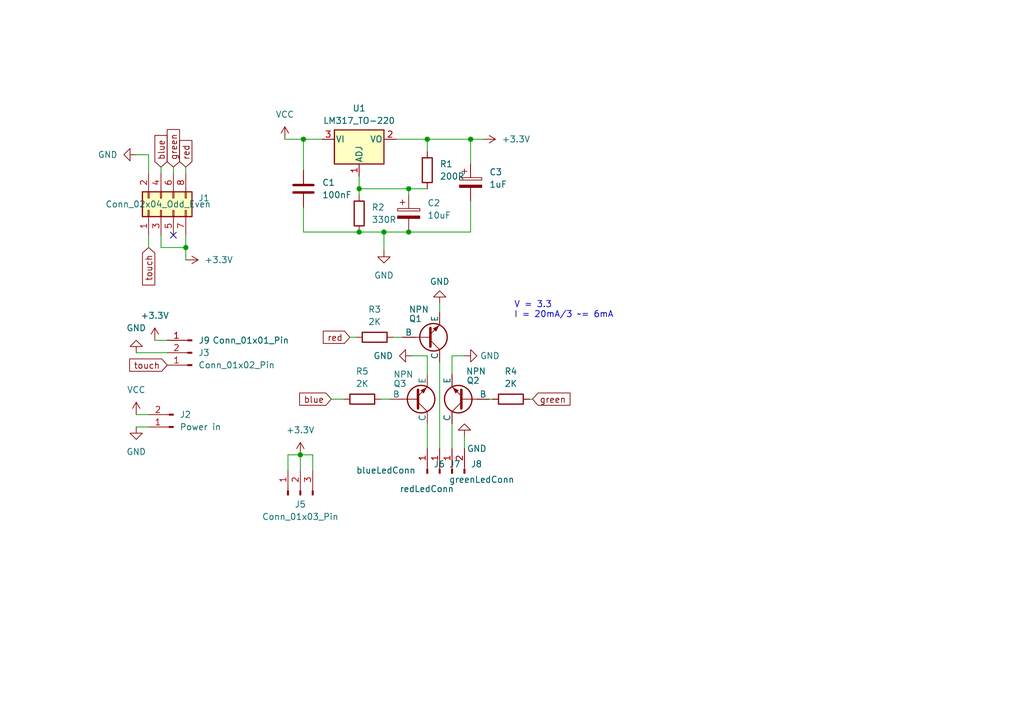
<source format=kicad_sch>
(kicad_sch (version 20230121) (generator eeschema)
  (paper "A5")
  (title_block (title "Desk Lamp") (date "2023-11-23"))
  (lib_symbols
    (symbol "Connector:Conn_01x01_Pin" (pin_names (offset 1.016) hide)
      (property "Reference" "J" (at 0 2.54 0))
      (property "Value" "Conn_01x01_Pin" (at 0 -2.54 0))
      (symbol "Conn_01x01_Pin_1_1"
        (polyline (pts (xy 1.27 0) (xy 0.8636 0)) (stroke (width 0.1524)))
        (rectangle (start 0.8636 0.127) (end 0 -0.127) (stroke (width 0.1524)) (fill (type outline)))
        (pin passive line (at 5.08 0 180) (length 3.81) (name "Pin_1") (number "1"))
      )
    )
    (symbol "Connector:Conn_01x02_Pin" (pin_names (offset 1.016) hide)
      (property "Reference" "J" (at 0 2.54 0))
      (property "Value" "Conn_01x02_Pin" (at 0 -5.08 0))
      (symbol "Conn_01x02_Pin_1_1"
        (polyline (pts (xy 1.27 -2.54) (xy 0.8636 -2.54)) (stroke (width 0.1524)))
        (polyline (pts (xy 1.27 0) (xy 0.8636 0)) (stroke (width 0.1524)))
        (rectangle (start 0.8636 -2.413) (end 0 -2.667) (stroke (width 0.1524)) (fill (type outline)))
        (rectangle (start 0.8636 0.127) (end 0 -0.127) (stroke (width 0.1524)) (fill (type outline)))
        (pin passive line (at 5.08 0 180) (length 3.81) (name "Pin_1") (number "1"))
        (pin passive line (at 5.08 -2.54 180) (length 3.81) (name "Pin_2") (number "2"))
      )
    )
    (symbol "Connector:Conn_01x03_Pin" (pin_names (offset 1.016) hide)
      (property "Reference" "J" (at 0 5.08 0))
      (property "Value" "Conn_01x03_Pin" (at 0 -5.08 0))
      (symbol "Conn_01x03_Pin_1_1"
        (polyline (pts (xy 1.27 -2.54) (xy 0.8636 -2.54)) (stroke (width 0.1524)))
        (polyline (pts (xy 1.27 0) (xy 0.8636 0)) (stroke (width 0.1524)))
        (polyline (pts (xy 1.27 2.54) (xy 0.8636 2.54)) (stroke (width 0.1524)))
        (rectangle (start 0.8636 -2.413) (end 0 -2.667) (stroke (width 0.1524)) (fill (type outline)))
        (rectangle (start 0.8636 0.127) (end 0 -0.127) (stroke (width 0.1524)) (fill (type outline)))
        (rectangle (start 0.8636 2.667) (end 0 2.413) (stroke (width 0.1524)) (fill (type outline)))
        (pin passive line (at 5.08 2.54 180) (length 3.81) (name "Pin_1") (number "1"))
        (pin passive line (at 5.08 0 180) (length 3.81) (name "Pin_2") (number "2"))
        (pin passive line (at 5.08 -2.54 180) (length 3.81) (name "Pin_3") (number "3"))
      )
    )
    (symbol "Connector_Generic:Conn_02x04_Odd_Even" (pin_names (offset 1.016) hide)
      (property "Reference" "J" (at 1.27 5.08 0))
      (property "Value" "Conn_02x04_Odd_Even" (at 1.27 -7.62 0))
      (symbol "Conn_02x04_Odd_Even_1_1"
        (rectangle (start -1.27 -4.953) (end 0 -5.207) (stroke (width 0.1524)))
        (rectangle (start -1.27 -2.413) (end 0 -2.667) (stroke (width 0.1524)))
        (rectangle (start -1.27 0.127) (end 0 -0.127) (stroke (width 0.1524)))
        (rectangle (start -1.27 2.667) (end 0 2.413) (stroke (width 0.1524)))
        (rectangle (start -1.27 3.81) (end 3.81 -6.35) (stroke (width 0.254)) (fill (type background)))
        (rectangle (start 3.81 -4.953) (end 2.54 -5.207) (stroke (width 0.1524)))
        (rectangle (start 3.81 -2.413) (end 2.54 -2.667) (stroke (width 0.1524)))
        (rectangle (start 3.81 0.127) (end 2.54 -0.127) (stroke (width 0.1524)))
        (rectangle (start 3.81 2.667) (end 2.54 2.413) (stroke (width 0.1524)))
        (pin passive line (at -5.08 2.54 0) (length 3.81) (name "Pin_1") (number "1"))
        (pin passive line (at 7.62 2.54 180) (length 3.81) (name "Pin_2") (number "2"))
        (pin passive line (at -5.08 0 0) (length 3.81) (name "Pin_3") (number "3"))
        (pin passive line (at 7.62 0 180) (length 3.81) (name "Pin_4") (number "4"))
        (pin passive line (at -5.08 -2.54 0) (length 3.81) (name "Pin_5") (number "5"))
        (pin passive line (at 7.62 -2.54 180) (length 3.81) (name "Pin_6") (number "6"))
        (pin passive line (at -5.08 -5.08 0) (length 3.81) (name "Pin_7") (number "7"))
        (pin passive line (at 7.62 -5.08 180) (length 3.81) (name "Pin_8") (number "8"))
      )
    )
    (symbol "Device:C" (pin_numbers hide) (pin_names (offset 0.254))
      (property "Reference" "C" (at 0.635 2.54 0))
      (property "Value" "C" (at 0.635 -2.54 0))
      (symbol "C_0_1"
        (polyline (pts (xy -2.032 -0.762) (xy 2.032 -0.762)) (stroke (width 0.508)))
        (polyline (pts (xy -2.032 0.762) (xy 2.032 0.762)) (stroke (width 0.508)))
      )
      (symbol "C_1_1"
        (pin passive line (at 0 3.81 270) (length 2.794) (name "~") (number "1"))
        (pin passive line (at 0 -3.81 90) (length 2.794) (name "~") (number "2"))
      )
    )
    (symbol "Device:C_Polarized" (pin_numbers hide) (pin_names (offset 0.254))
      (property "Reference" "C" (at 0.635 2.54 0))
      (property "Value" "C_Polarized" (at 0.635 -2.54 0))
      (symbol "C_Polarized_0_1"
        (rectangle (start -2.286 0.508) (end 2.286 1.016))
        (polyline (pts (xy -1.778 2.286) (xy -0.762 2.286)))
        (polyline (pts (xy -1.27 2.794) (xy -1.27 1.778)))
        (rectangle (start 2.286 -0.508) (end -2.286 -1.016) (fill (type outline)))
      )
      (symbol "C_Polarized_1_1"
        (pin passive line (at 0 3.81 270) (length 2.794) (name "~") (number "1"))
        (pin passive line (at 0 -3.81 90) (length 2.794) (name "~") (number "2"))
      )
    )
    (symbol "Device:R" (pin_numbers hide) (pin_names (offset 0))
      (property "Reference" "R" (at 2.032 0 90))
      (property "Value" "R" (at 0 0 90))
      (symbol "R_0_1"
        (rectangle (start -1.016 -2.54) (end 1.016 2.54) (stroke (width 0.254)))
      )
      (symbol "R_1_1"
        (pin passive line (at 0 3.81 270) (length 1.27) (name "~") (number "1"))
        (pin passive line (at 0 -3.81 90) (length 1.27) (name "~") (number "2"))
      )
    )
    (symbol "Regulator_Linear:LM317_TO-220" (pin_names (offset 0.254))
      (property "Reference" "U" (at -3.81 3.175 0))
      (property "Value" "LM317_TO-220" (at 0 3.175 0))
      (symbol "LM317_TO-220_0_1"
        (rectangle (start -5.08 1.905) (end 5.08 -5.08) (stroke (width 0.254)) (fill (type background)))
      )
      (symbol "LM317_TO-220_1_1"
        (pin input line (at 0 -7.62 90) (length 2.54) (name "ADJ") (number "1"))
        (pin power_out line (at 7.62 0 180) (length 2.54) (name "VO") (number "2"))
        (pin power_in line (at -7.62 0 0) (length 2.54) (name "VI") (number "3"))
      )
    )
    (symbol "Simulation_SPICE:NPN" (pin_numbers hide) (pin_names (offset 0))
      (property "Reference" "Q" (at -2.54 7.62 0))
      (property "Value" "NPN" (at -2.54 5.08 0))
      (symbol "NPN_0_1"
        (polyline (pts (xy -2.54 0) (xy 0.635 0)) (stroke (width 0.1524)))
        (polyline (pts (xy 0.635 0.635) (xy 2.54 2.54)))
        (polyline (pts (xy 2.794 -1.27) (xy 2.794 -1.27)) (stroke (width 0.1524)))
        (polyline (pts (xy 2.794 -1.27) (xy 2.794 -1.27)) (stroke (width 0.1524)))
        (polyline (pts (xy 0.635 -0.635) (xy 2.54 -2.54) (xy 2.54 -2.54)))
        (polyline (pts (xy 0.635 1.905) (xy 0.635 -1.905) (xy 0.635 -1.905)) (stroke (width 0.508)))
        (polyline (pts (xy 1.27 -1.778) (xy 1.778 -1.27) (xy 2.286 -2.286) (xy 1.27 -1.778) (xy 1.27 -1.778)) (fill (type outline)))
        (circle (center 1.27 0) (radius 2.8194) (stroke (width 0.254)))
      )
      (symbol "NPN_1_1"
        (pin open_collector line (at 2.54 5.08 270) (length 2.54) (name "C") (number "1"))
        (pin input line (at -5.08 0 0) (length 2.54) (name "B") (number "2"))
        (pin open_emitter line (at 2.54 -5.08 90) (length 2.54) (name "E") (number "3"))
      )
    )
    (symbol "power:+3.3V" (power) (pin_names (offset 0))
      (property "Value" "+3.3V" (at 0 3.556 0))
      (symbol "+3.3V_0_1"
        (polyline (pts (xy -0.762 1.27) (xy 0 2.54)))
        (polyline (pts (xy 0 0) (xy 0 2.54)))
        (polyline (pts (xy 0 2.54) (xy 0.762 1.27)))
      )
      (symbol "+3.3V_1_1"
        (pin power_in line (at 0 0 90) (length 0) hide (name "+3.3V") (number "1"))
      )
    )
    (symbol "power:GND" (power) (pin_names (offset 0))
      (property "Value" "GND" (at 0 -3.81 0))
      (symbol "GND_0_1"
        (polyline (pts (xy 0 0) (xy 0 -1.27) (xy 1.27 -1.27) (xy 0 -2.54) (xy -1.27 -1.27) (xy 0 -1.27)))
      )
      (symbol "GND_1_1"
        (pin power_in line (at 0 0 270) (length 0) hide (name "GND") (number "1"))
      )
    )
    (symbol "power:VCC" (power) (pin_names (offset 0))
      (property "Value" "VCC" (at 0 3.81 0))
      (symbol "VCC_0_1"
        (polyline (pts (xy -0.762 1.27) (xy 0 2.54)))
        (polyline (pts (xy 0 0) (xy 0 2.54)))
        (polyline (pts (xy 0 2.54) (xy 0.762 1.27)))
      )
      (symbol "VCC_1_1"
        (pin power_in line (at 0 0 90) (length 0) hide (name "VCC") (number "1"))
      )
    )
  )
  (junction (at 83.82 38.735))
  (junction (at 73.66 38.735))
  (junction (at 87.63 28.575))
  (junction (at 38.1 50.8))
  (junction (at 83.82 47.625))
  (junction (at 96.52 28.575))
  (junction (at 62.23 28.575))
  (junction (at 73.66 47.625))
  (junction (at 61.595 93.345))
  (junction (at 78.74 47.625))
  (no_connect (at 35.56 48.26))
  (wire (pts (xy 59.055 93.345) (xy 61.595 93.345)))
  (wire (pts (xy 64.135 93.345) (xy 64.135 96.52)))
  (wire (pts (xy 27.94 72.39) (xy 34.29 72.39)))
  (wire (pts (xy 108.585 81.915) (xy 109.22 81.915)))
  (wire (pts (xy 87.63 73.025) (xy 87.63 76.835)))
  (wire (pts (xy 62.23 28.575) (xy 62.23 34.925)))
  (wire (pts (xy 30.48 48.26) (xy 30.48 50.8)))
  (wire (pts (xy 27.94 87.63) (xy 30.48 87.63)))
  (wire (pts (xy 70.485 81.915) (xy 67.945 81.915)))
  (wire (pts (xy 38.1 48.26) (xy 38.1 50.8)))
  (wire (pts (xy 73.66 36.195) (xy 73.66 38.735)))
  (wire (pts (xy 81.28 28.575) (xy 87.63 28.575)))
  (wire (pts (xy 61.595 93.345) (xy 64.135 93.345)))
  (wire (pts (xy 78.74 51.435) (xy 78.74 47.625)))
  (wire (pts (xy 33.02 50.8) (xy 38.1 50.8)))
  (wire (pts (xy 61.595 93.345) (xy 61.595 96.52)))
  (wire (pts (xy 92.71 86.995) (xy 92.71 92.075)))
  (wire (pts (xy 38.1 50.8) (xy 38.1 53.34)))
  (wire (pts (xy 31.75 69.85) (xy 34.29 69.85)))
  (wire (pts (xy 78.105 81.915) (xy 80.01 81.915)))
  (wire (pts (xy 90.17 62.23) (xy 90.17 64.135)))
  (wire (pts (xy 96.52 47.625) (xy 96.52 41.275)))
  (wire (pts (xy 87.63 73.025) (xy 84.455 73.025)))
  (wire (pts (xy 83.82 38.735) (xy 87.63 38.735)))
  (wire (pts (xy 33.02 35.56) (xy 33.02 34.29)))
  (wire (pts (xy 59.055 96.52) (xy 59.055 93.345)))
  (wire (pts (xy 73.66 47.625) (xy 62.23 47.625)))
  (wire (pts (xy 83.82 47.625) (xy 96.52 47.625)))
  (wire (pts (xy 100.965 81.915) (xy 100.33 81.915)))
  (wire (pts (xy 30.48 31.75) (xy 30.48 35.56)))
  (wire (pts (xy 33.02 48.26) (xy 33.02 50.8)))
  (wire (pts (xy 66.04 28.575) (xy 62.23 28.575)))
  (wire (pts (xy 73.66 38.735) (xy 73.66 40.005)))
  (wire (pts (xy 35.56 35.56) (xy 35.56 34.29)))
  (wire (pts (xy 87.63 86.995) (xy 87.63 92.075)))
  (wire (pts (xy 73.025 69.215) (xy 71.755 69.215)))
  (wire (pts (xy 99.06 28.575) (xy 96.52 28.575)))
  (wire (pts (xy 58.42 28.575) (xy 62.23 28.575)))
  (wire (pts (xy 87.63 28.575) (xy 87.63 31.115)))
  (wire (pts (xy 78.74 47.625) (xy 83.82 47.625)))
  (wire (pts (xy 27.94 85.09) (xy 30.48 85.09)))
  (wire (pts (xy 62.23 42.545) (xy 62.23 47.625)))
  (wire (pts (xy 73.66 38.735) (xy 83.82 38.735)))
  (wire (pts (xy 96.52 28.575) (xy 96.52 33.655)))
  (wire (pts (xy 92.71 73.025) (xy 92.71 76.835)))
  (wire (pts (xy 83.82 40.005) (xy 83.82 38.735)))
  (wire (pts (xy 92.71 73.025) (xy 95.25 73.025)))
  (wire (pts (xy 80.645 69.215) (xy 82.55 69.215)))
  (wire (pts (xy 38.1 35.56) (xy 38.1 34.29)))
  (wire (pts (xy 95.25 89.535) (xy 95.25 92.075)))
  (wire (pts (xy 90.17 74.295) (xy 90.17 92.075)))
  (wire (pts (xy 73.66 47.625) (xy 78.74 47.625)))
  (wire (pts (xy 27.94 31.75) (xy 30.48 31.75)))
  (wire (pts (xy 87.63 28.575) (xy 96.52 28.575)))
  (text "V = 3.3\nI = 20mA/3 ~= 6mA" (at 105.41 65.405 0) (effects (font (size 1.27 1.27)) (justify left bottom)))
  (global_label "touch" (shape input) (at 30.48 50.8 270) (property "Intersheetrefs" "${INTERSHEET_REFS}" (effects hide)))
  (global_label "red" (shape input) (at 71.755 69.215 180) (property "Intersheetrefs" "${INTERSHEET_REFS}" (effects hide)))
  (global_label "green" (shape input) (at 109.22 81.915 0) (property "Intersheetrefs" "${INTERSHEET_REFS}" (effects hide)))
  (global_label "blue" (shape input) (at 67.945 81.915 180) (property "Intersheetrefs" "${INTERSHEET_REFS}" (effects hide)))
  (global_label "blue" (shape input) (at 33.02 34.29 90) (property "Intersheetrefs" "${INTERSHEET_REFS}" (effects hide)))
  (global_label "touch" (shape input) (at 34.29 74.93 180) (property "Intersheetrefs" "${INTERSHEET_REFS}" (effects hide)))
  (global_label "red" (shape input) (at 38.1 34.29 90) (property "Intersheetrefs" "${INTERSHEET_REFS}" (effects hide)))
  (global_label "green" (shape input) (at 35.56 34.29 90) (property "Intersheetrefs" "${INTERSHEET_REFS}" (effects hide)))
  (symbol (lib_id "power:VCC") (at 58.42 28.575 0) (unit 1)
    (property "Reference" "#PWR09" (effects hide))
    (property "Value" "VCC" (at 58.42 23.495 0))
  )
  (symbol (lib_id "Device:R") (at 73.66 43.815 0) (unit 1)
    (property "Reference" "R2" (at 76.2 42.545 0) (effects (justify left)))
    (property "Value" "330R" (at 76.2 45.085 0) (effects (justify left)))
    (property "Footprint" "Resistor_THT:R_Axial_DIN0207_L6.3mm_D2.5mm_P7.62mm_Horizontal" (effects hide))
  )
  (symbol (lib_id "Connector:Conn_01x02_Pin") (at 92.71 97.155 90) (unit 1)
    (property "Reference" "J8" (at 96.52 95.25 90) (effects (justify right)))
    (property "Value" "greenLedConn" (at 92.075 98.425 90) (effects (justify right)))
    (property "Footprint" "Connector_PinHeader_2.54mm:PinHeader_1x02_P2.54mm_Vertical" (effects hide))
  )
  (symbol (lib_id "Connector:Conn_01x01_Pin") (at 90.17 97.155 90) (unit 1)
    (property "Reference" "J7" (at 92.075 95.25 90) (effects (justify right)))
    (property "Value" "redLedConn" (at 81.915 100.33 90) (effects (justify right)))
    (property "Footprint" "Connector_PinHeader_2.54mm:PinHeader_1x01_P2.54mm_Vertical" (effects hide))
  )
  (symbol (lib_id "Device:C_Polarized") (at 83.82 43.815 0) (unit 1)
    (property "Reference" "C2" (at 87.63 41.656 0) (effects (justify left)))
    (property "Value" "10uF" (at 87.63 44.196 0) (effects (justify left)))
    (property "Footprint" "Capacitor_THT:CP_Radial_D5.0mm_P2.00mm" (effects hide))
  )
  (symbol (lib_id "power:GND") (at 90.17 62.23 180) (unit 1)
    (property "Reference" "#PWR013" (effects hide))
    (property "Value" "GND" (at 90.17 57.785 0))
  )
  (symbol (lib_id "Connector:Conn_01x03_Pin") (at 61.595 101.6 90) (unit 1)
    (property "Reference" "J5" (at 61.595 103.505 90))
    (property "Value" "Conn_01x03_Pin" (at 61.595 106.045 90))
    (property "Footprint" "Connector_PinHeader_2.54mm:PinHeader_1x03_P2.54mm_Vertical" (effects hide))
  )
  (symbol (lib_id "Regulator_Linear:LM317_TO-220") (at 73.66 28.575 0) (unit 1)
    (property "Reference" "U1" (at 73.66 22.225 0))
    (property "Value" "LM317_TO-220" (at 73.66 24.765 0))
    (property "Footprint" "Package_TO_SOT_THT:TO-220-3_Vertical" (effects hide))
    (property "Datasheet" "http://www.ti.com/lit/ds/symlink/lm317.pdf" (effects hide))
  )
  (symbol (lib_id "Connector:Conn_01x01_Pin") (at 39.37 69.85 180) (unit 1)
    (property "Reference" "J9" (at 41.91 69.85 0))
    (property "Value" "Conn_01x01_Pin" (at 51.435 69.85 0))
    (property "Footprint" "Connector_PinHeader_2.54mm:PinHeader_1x01_P2.54mm_Vertical" (effects hide))
  )
  (symbol (lib_id "Connector_Generic:Conn_02x04_Odd_Even") (at 33.02 43.18 90) (unit 1)
    (property "Reference" "J1" (at 40.64 40.64 90) (effects (justify right)))
    (property "Value" "Conn_02x04_Odd_Even" (at 21.59 41.91 90) (effects (justify right)))
    (property "Footprint" "Connector_PinHeader_2.54mm:PinHeader_2x04_P2.54mm_Vertical" (effects hide))
  )
  (symbol (lib_id "power:GND") (at 95.25 89.535 180) (unit 1)
    (property "Reference" "#PWR06" (effects hide))
    (property "Value" "GND" (at 97.79 92.075 0))
  )
  (symbol (lib_id "power:GND") (at 95.25 73.025 90) (unit 1)
    (property "Reference" "#PWR04" (effects hide))
    (property "Value" "GND" (at 98.425 73.025 90) (effects (justify right)))
  )
  (symbol (lib_id "Simulation_SPICE:NPN") (at 85.09 81.915 0) (mirror x) (unit 1)
    (property "Reference" "Q3" (at 80.645 78.74 0) (effects (justify left)))
    (property "Value" "NPN" (at 80.645 76.835 0) (effects (justify left)))
    (property "Footprint" "Package_TO_SOT_THT:TO-92" (effects hide))
    (property "Sim.Device" "NPN" (effects hide))
    (property "Sim.Type" "GUMMELPOON" (effects hide))
    (property "Sim.Pins" "1=C 2=B 3=E" (effects hide))
  )
  (symbol (lib_id "Device:R") (at 76.835 69.215 90) (unit 1)
    (property "Reference" "R3" (at 76.835 63.5 90))
    (property "Value" "2K" (at 76.835 66.04 90))
    (property "Footprint" "Resistor_THT:R_Axial_DIN0207_L6.3mm_D2.5mm_P7.62mm_Horizontal" (effects hide))
  )
  (symbol (lib_id "power:GND") (at 78.74 51.435 0) (unit 1)
    (property "Reference" "#PWR010" (effects hide))
    (property "Value" "GND" (at 78.74 56.515 0))
  )
  (symbol (lib_id "Device:R") (at 104.775 81.915 90) (unit 1)
    (property "Reference" "R4" (at 104.775 76.2 90))
    (property "Value" "2K" (at 104.775 78.74 90))
    (property "Footprint" "Resistor_THT:R_Axial_DIN0207_L6.3mm_D2.5mm_P7.62mm_Horizontal" (effects hide))
  )
  (symbol (lib_id "power:+3.3V") (at 38.1 53.34 270) (unit 1)
    (property "Reference" "#PWR02" (effects hide))
    (property "Value" "+3.3V" (at 41.91 53.34 90) (effects (justify left)))
  )
  (symbol (lib_id "power:+3.3V") (at 99.06 28.575 270) (unit 1)
    (property "Reference" "#PWR01" (effects hide))
    (property "Value" "+3.3V" (at 102.87 28.575 90) (effects (justify left)))
  )
  (symbol (lib_id "power:VCC") (at 27.94 85.09 0) (unit 1)
    (property "Reference" "#PWR08" (effects hide))
    (property "Value" "VCC" (at 27.94 80.01 0))
  )
  (symbol (lib_id "power:GND") (at 27.94 31.75 270) (unit 1)
    (property "Reference" "#PWR03" (effects hide))
    (property "Value" "GND" (at 24.13 31.75 90) (effects (justify right)))
  )
  (symbol (lib_id "Simulation_SPICE:NPN") (at 87.63 69.215 0) (mirror x) (unit 1)
    (property "Reference" "Q1" (at 83.82 65.405 0) (effects (justify left)))
    (property "Value" "NPN" (at 83.82 63.5 0) (effects (justify left)))
    (property "Footprint" "Package_TO_SOT_THT:TO-92" (effects hide))
    (property "Sim.Device" "NPN" (effects hide))
    (property "Sim.Type" "GUMMELPOON" (effects hide))
    (property "Sim.Pins" "1=C 2=B 3=E" (effects hide))
  )
  (symbol (lib_id "power:+3.3V") (at 61.595 93.345 0) (unit 1)
    (property "Reference" "#PWR014" (effects hide))
    (property "Value" "+3.3V" (at 61.595 88.265 0))
  )
  (symbol (lib_id "Device:C_Polarized") (at 96.52 37.465 0) (unit 1)
    (property "Reference" "C3" (at 100.33 35.306 0) (effects (justify left)))
    (property "Value" "1uF" (at 100.33 37.846 0) (effects (justify left)))
    (property "Footprint" "Capacitor_THT:CP_Radial_D4.0mm_P2.00mm" (effects hide))
  )
  (symbol (lib_id "Device:C") (at 62.23 38.735 0) (unit 1)
    (property "Reference" "C1" (at 66.04 37.465 0) (effects (justify left)))
    (property "Value" "100nF" (at 66.04 40.005 0) (effects (justify left)))
    (property "Footprint" "Capacitor_THT:C_Disc_D5.0mm_W2.5mm_P5.00mm" (effects hide))
  )
  (symbol (lib_id "Simulation_SPICE:NPN") (at 95.25 81.915 180) (unit 1)
    (property "Reference" "Q2" (at 98.425 78.105 0) (effects (justify left)))
    (property "Value" "NPN" (at 99.695 76.2 0) (effects (justify left)))
    (property "Footprint" "Package_TO_SOT_THT:TO-92" (effects hide))
    (property "Sim.Device" "NPN" (effects hide))
    (property "Sim.Type" "GUMMELPOON" (effects hide))
    (property "Sim.Pins" "1=C 2=B 3=E" (effects hide))
  )
  (symbol (lib_id "power:GND") (at 27.94 72.39 180) (unit 1)
    (property "Reference" "#PWR05" (effects hide))
    (property "Value" "GND" (at 27.94 67.31 0))
  )
  (symbol (lib_id "Connector:Conn_01x02_Pin") (at 39.37 74.93 180) (unit 1)
    (property "Reference" "J3" (at 40.64 72.39 0) (effects (justify right)))
    (property "Value" "Conn_01x02_Pin" (at 40.64 74.93 0) (effects (justify right)))
    (property "Footprint" "Connector_PinHeader_2.54mm:PinHeader_1x02_P2.54mm_Vertical" (effects hide))
  )
  (symbol (lib_id "power:GND") (at 84.455 73.025 270) (unit 1)
    (property "Reference" "#PWR012" (effects hide))
    (property "Value" "GND" (at 80.645 73.025 90) (effects (justify right)))
  )
  (symbol (lib_id "power:+3.3V") (at 31.75 69.85 0) (unit 1)
    (property "Reference" "#PWR011" (effects hide))
    (property "Value" "+3.3V" (at 31.75 64.77 0))
  )
  (symbol (lib_id "Connector:Conn_01x02_Pin") (at 35.56 87.63 180) (unit 1)
    (property "Reference" "J2" (at 36.83 85.09 0) (effects (justify right)))
    (property "Value" "Power in" (at 36.83 87.63 0) (effects (justify right)))
    (property "Footprint" "Connector_PinSocket_2.54mm:PinSocket_1x02_P2.54mm_Vertical" (effects hide))
  )
  (symbol (lib_id "Device:R") (at 74.295 81.915 90) (unit 1)
    (property "Reference" "R5" (at 74.295 76.2 90))
    (property "Value" "2K" (at 74.295 78.74 90))
    (property "Footprint" "Resistor_THT:R_Axial_DIN0207_L6.3mm_D2.5mm_P7.62mm_Horizontal" (effects hide))
  )
  (symbol (lib_id "Device:R") (at 87.63 34.925 0) (unit 1)
    (property "Reference" "R1" (at 90.17 33.655 0) (effects (justify left)))
    (property "Value" "200R" (at 90.17 36.195 0) (effects (justify left)))
    (property "Footprint" "Resistor_THT:R_Axial_DIN0207_L6.3mm_D2.5mm_P7.62mm_Horizontal" (effects hide))
  )
  (symbol (lib_id "power:GND") (at 27.94 87.63 0) (unit 1)
    (property "Reference" "#PWR07" (effects hide))
    (property "Value" "GND" (at 27.94 92.71 0))
  )
  (symbol (lib_id "Connector:Conn_01x01_Pin") (at 87.63 97.155 90) (unit 1)
    (property "Reference" "J6" (at 88.9 95.25 90) (effects (justify right)))
    (property "Value" "blueLedConn" (at 73.025 96.52 90) (effects (justify right)))
    (property "Footprint" "Connector_PinHeader_2.54mm:PinHeader_1x01_P2.54mm_Vertical" (effects hide))
  )
)
</source>
